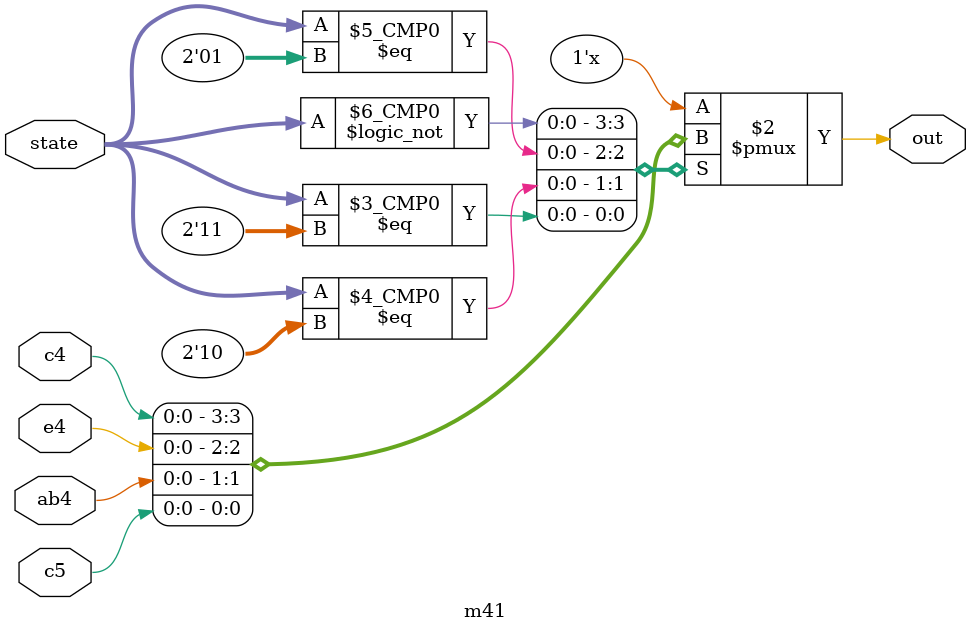
<source format=v>
module m41 (c4, e4, ab4, c5, state, out);
//input clk;
input wire c4, e4, ab4, c5;
input wire [1:0] state;
output reg out;

always @ (state)
begin

case (state)
2'b00 : out <= c4;
2'b01 : out <= e4;
2'b10 : out <= ab4;
2'b11 : out <= c5;
endcase

end

endmodule

</source>
